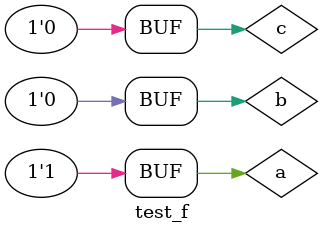
<source format=v>
module f ( output s , input a, input c, input b);
assign s = !(a&c)||!(b||c);
endmodule //f
module test_f;
reg a;
reg c;
reg b;
wire wire_a;
f module_test (wire_a, a, c, b);
initial
begin : main
$display("test module");
$display("    a    c    b =    wire_a ");
$monitor(" %4b %4b %4b = %4b" , a, c, b, wire_a);
#1 a=1'b0; c=1'b0; b=1'b0; 
#1 a=1'b0; c=1'b0; b=1'b1; 
#1 a=1'b0; c=1'b1; b=1'b1; 
#1 a=1'b0; c=1'b1; b=1'b0; 
#1 a=1'b1; c=1'b1; b=1'b0; 
#1 a=1'b1; c=1'b1; b=1'b1; 
#1 a=1'b1; c=1'b0; b=1'b1; 
#1 a=1'b1; c=1'b0; b=1'b0; 
end
endmodule //test

</source>
